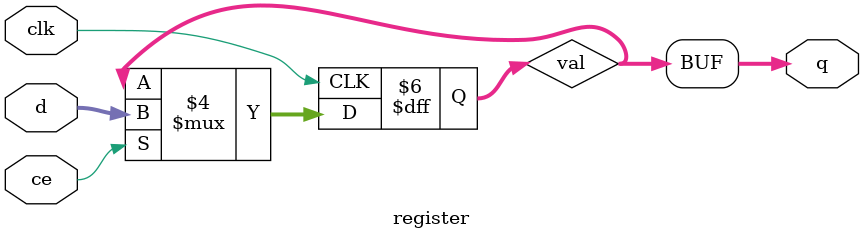
<source format=v>
`timescale 1ns / 1ps


module register#
(
    parameter N = 0
)
(
    input clk,
    input ce,
    input [N-1:0]d,
    output [N-1:0]q
);
reg [N-1:0]val=1'b0;
always @(posedge clk)
begin
    if(ce) val<=d;
    else val<=val;
end
assign q=val;
endmodule

</source>
